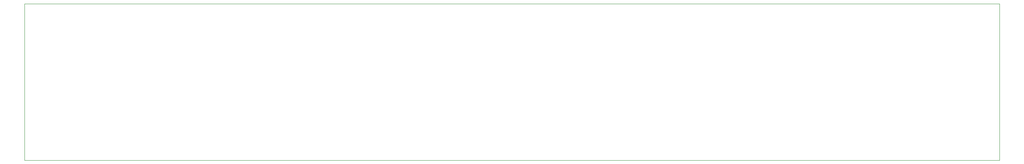
<source format=gm1>
*%FSLAX23Y23*%
*%MOIN*%
G01*
D11*
X5689Y8694D02*
X14311D01*
Y7309D02*
X5689D01*
X14311D02*
Y8694D01*
X5689D02*
Y7309D01*
D02*
M02*

</source>
